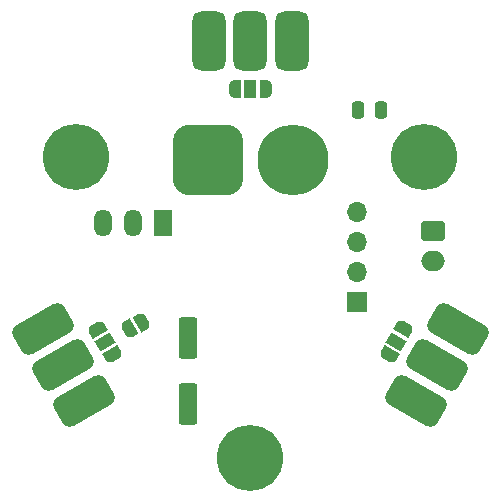
<source format=gbr>
%TF.GenerationSoftware,KiCad,Pcbnew,(7.0.0)*%
%TF.CreationDate,2023-06-29T15:53:59-07:00*%
%TF.ProjectId,GlowPrism Corner PCB,476c6f77-5072-4697-936d-20436f726e65,rev?*%
%TF.SameCoordinates,Original*%
%TF.FileFunction,Soldermask,Top*%
%TF.FilePolarity,Negative*%
%FSLAX46Y46*%
G04 Gerber Fmt 4.6, Leading zero omitted, Abs format (unit mm)*
G04 Created by KiCad (PCBNEW (7.0.0)) date 2023-06-29 15:53:59*
%MOMM*%
%LPD*%
G01*
G04 APERTURE LIST*
G04 Aperture macros list*
%AMRoundRect*
0 Rectangle with rounded corners*
0 $1 Rounding radius*
0 $2 $3 $4 $5 $6 $7 $8 $9 X,Y pos of 4 corners*
0 Add a 4 corners polygon primitive as box body*
4,1,4,$2,$3,$4,$5,$6,$7,$8,$9,$2,$3,0*
0 Add four circle primitives for the rounded corners*
1,1,$1+$1,$2,$3*
1,1,$1+$1,$4,$5*
1,1,$1+$1,$6,$7*
1,1,$1+$1,$8,$9*
0 Add four rect primitives between the rounded corners*
20,1,$1+$1,$2,$3,$4,$5,0*
20,1,$1+$1,$4,$5,$6,$7,0*
20,1,$1+$1,$6,$7,$8,$9,0*
20,1,$1+$1,$8,$9,$2,$3,0*%
%AMRotRect*
0 Rectangle, with rotation*
0 The origin of the aperture is its center*
0 $1 length*
0 $2 width*
0 $3 Rotation angle, in degrees counterclockwise*
0 Add horizontal line*
21,1,$1,$2,0,0,$3*%
%AMFreePoly0*
4,1,19,0.550000,-0.750000,0.000000,-0.750000,0.000000,-0.744911,-0.071157,-0.744911,-0.207707,-0.704816,-0.327430,-0.627875,-0.420627,-0.520320,-0.479746,-0.390866,-0.500000,-0.250000,-0.500000,0.250000,-0.479746,0.390866,-0.420627,0.520320,-0.327430,0.627875,-0.207708,0.704817,-0.071157,0.744911,0.000000,0.744911,0.000000,0.750000,0.550000,0.750000,0.550000,-0.750000,0.550000,-0.750000,
$1*%
%AMFreePoly1*
4,1,19,0.000000,0.744911,0.071157,0.744911,0.207707,0.704816,0.327430,0.627875,0.420627,0.520320,0.479746,0.390866,0.500000,0.250000,0.500000,-0.250000,0.479746,-0.390866,0.420627,-0.520320,0.327430,-0.627875,0.207708,-0.704817,0.071157,-0.744911,0.000000,-0.744911,0.000000,-0.750000,-0.550000,-0.750000,-0.550000,0.750000,0.000000,0.750000,0.000000,0.744911,0.000000,0.744911,
$1*%
%AMFreePoly2*
4,1,19,0.500000,-0.750000,0.000000,-0.750000,-0.000001,-0.744911,-0.071157,-0.744911,-0.207708,-0.704817,-0.327430,-0.627875,-0.420627,-0.520320,-0.479746,-0.390866,-0.500000,-0.250000,-0.500000,0.250000,-0.479746,0.390866,-0.420627,0.520320,-0.327430,0.627875,-0.207707,0.704816,-0.071157,0.744911,0.000001,0.744911,0.000000,0.750000,0.500000,0.750000,0.500000,-0.750000,0.500000,-0.750000,
$1*%
%AMFreePoly3*
4,1,19,0.000001,0.744911,0.071157,0.744911,0.207708,0.704817,0.327430,0.627875,0.420627,0.520320,0.479746,0.390866,0.500000,0.250000,0.500000,-0.250000,0.479746,-0.390866,0.420627,-0.520320,0.327430,-0.627875,0.207707,-0.704816,0.071157,-0.744911,-0.000001,-0.744911,0.000000,-0.750000,-0.500000,-0.750000,-0.500000,0.750000,0.000000,0.750000,0.000001,0.744911,0.000001,0.744911,
$1*%
G04 Aperture macros list end*
%ADD10RoundRect,0.700000X-0.700000X1.800000X-0.700000X-1.800000X0.700000X-1.800000X0.700000X1.800000X0*%
%ADD11R,1.700000X1.700000*%
%ADD12O,1.700000X1.700000*%
%ADD13FreePoly0,60.000000*%
%ADD14RotRect,1.000000X1.500000X60.000000*%
%ADD15FreePoly1,60.000000*%
%ADD16RoundRect,0.250000X-0.750000X0.600000X-0.750000X-0.600000X0.750000X-0.600000X0.750000X0.600000X0*%
%ADD17O,2.000000X1.700000*%
%ADD18RoundRect,0.700000X1.908846X-0.293782X-1.208846X1.506218X-1.908846X0.293782X1.208846X-1.506218X0*%
%ADD19C,5.600000*%
%ADD20FreePoly0,180.000000*%
%ADD21R,1.000000X1.500000*%
%ADD22FreePoly1,180.000000*%
%ADD23FreePoly0,300.000000*%
%ADD24RotRect,1.000000X1.500000X300.000000*%
%ADD25FreePoly1,300.000000*%
%ADD26R,1.500000X2.300000*%
%ADD27O,1.500000X2.300000*%
%ADD28FreePoly2,30.000000*%
%ADD29FreePoly3,30.000000*%
%ADD30RoundRect,0.700000X-1.208846X-1.506218X1.908846X0.293782X1.208846X1.506218X-1.908846X-0.293782X0*%
%ADD31RoundRect,0.250000X-0.550000X1.500000X-0.550000X-1.500000X0.550000X-1.500000X0.550000X1.500000X0*%
%ADD32RoundRect,1.500000X-1.500000X-1.500000X1.500000X-1.500000X1.500000X1.500000X-1.500000X1.500000X0*%
%ADD33C,6.000000*%
%ADD34RoundRect,0.250000X-0.250000X-0.475000X0.250000X-0.475000X0.250000X0.475000X-0.250000X0.475000X0*%
G04 APERTURE END LIST*
D10*
%TO.C,J5*%
X3500000Y18270000D03*
X0Y18270000D03*
X-3500000Y18270000D03*
%TD*%
D11*
%TO.C,J8*%
X8999999Y-3809999D03*
D12*
X8999999Y-1269999D03*
X8999999Y1269999D03*
X8999999Y3809999D03*
%TD*%
D13*
%TO.C,JP4*%
X11704800Y-8271466D03*
D14*
X12354799Y-7145632D03*
D15*
X13004800Y-6019800D03*
%TD*%
D16*
%TO.C,J9*%
X15468600Y2184400D03*
D17*
X15468599Y-315599D03*
%TD*%
D18*
%TO.C,J6*%
X14072284Y-12166089D03*
X15822284Y-9135000D03*
X17572284Y-6103911D03*
%TD*%
D19*
%TO.C,H2*%
X14722432Y8500000D03*
%TD*%
D20*
%TO.C,JP3*%
X1304600Y14224000D03*
D21*
X4599Y14223999D03*
D22*
X-1295400Y14224000D03*
%TD*%
D23*
%TO.C,JP2*%
X-12954000Y-6045200D03*
D24*
X-12303999Y-7171032D03*
D25*
X-11654000Y-8296866D03*
%TD*%
D26*
%TO.C,U1*%
X-7416799Y2895599D03*
D27*
X-9956799Y2895599D03*
X-12496799Y2895599D03*
%TD*%
D28*
%TO.C,JP1*%
X-10295234Y-6111000D03*
D29*
X-9169400Y-5461000D03*
%TD*%
D19*
%TO.C,H1*%
X0Y-17000000D03*
%TD*%
D30*
%TO.C,J4*%
X-17572284Y-6103911D03*
X-15822284Y-9135000D03*
X-14072284Y-12166089D03*
%TD*%
D31*
%TO.C,C3*%
X-5308600Y-6826600D03*
X-5308600Y-12426600D03*
%TD*%
D19*
%TO.C,H3*%
X-14722432Y8500000D03*
%TD*%
D32*
%TO.C,J7*%
X-3600000Y8250000D03*
D33*
X3600000Y8250000D03*
%TD*%
D34*
%TO.C,C5*%
X9159200Y12446000D03*
X11059200Y12446000D03*
%TD*%
M02*

</source>
